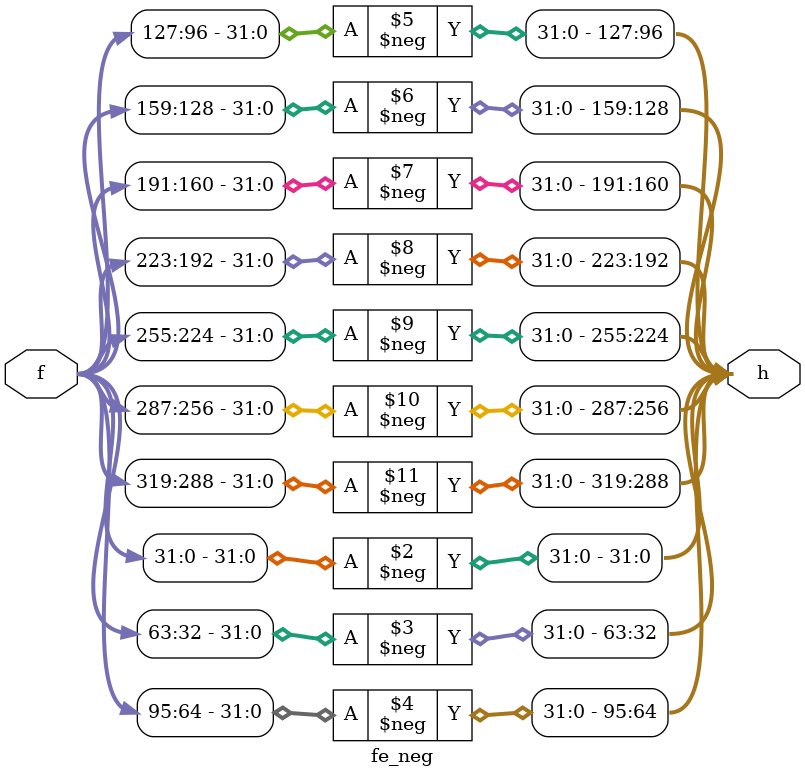
<source format=sv>
module fe_neg (
    input  logic signed [319:0] f,       // Input packed 320-bit array
    output logic signed [319:0] h        // Output packed 320-bit array
);

    always_comb begin
        h[31:0]   = -f[31:0];
        h[63:32]  = -f[63:32];
        h[95:64]  = -f[95:64];
        h[127:96] = -f[127:96];
        h[159:128] = -f[159:128];
        h[191:160] = -f[191:160];
        h[223:192] = -f[223:192];
        h[255:224] = -f[255:224];
        h[287:256] = -f[287:256];
        h[319:288] = -f[319:288];
    end

endmodule

</source>
